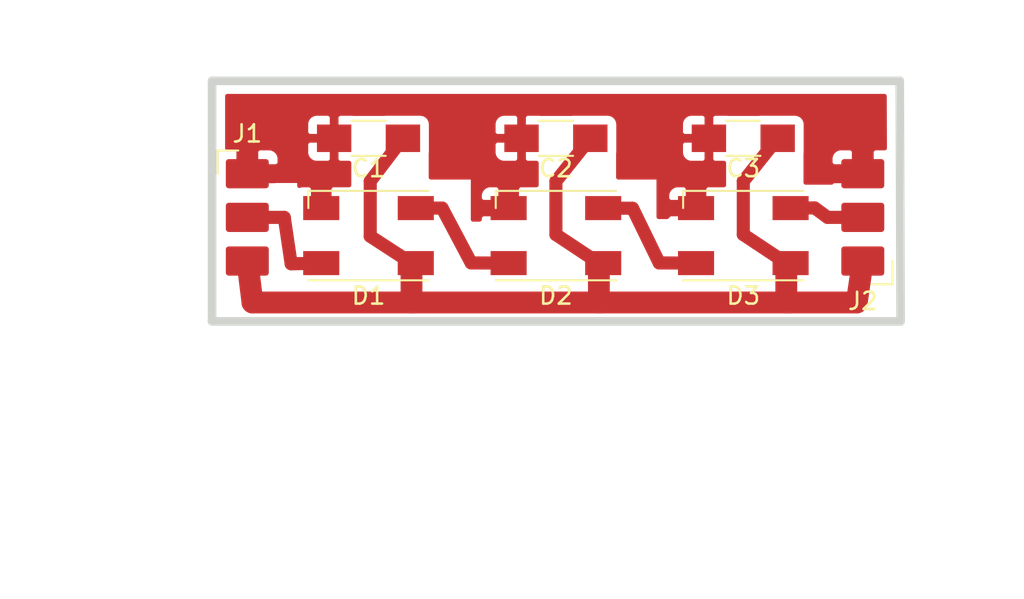
<source format=kicad_pcb>
(kicad_pcb (version 20171130) (host pcbnew "(5.0.0)")

  (general
    (thickness 1.6)
    (drawings 10)
    (tracks 30)
    (zones 0)
    (modules 8)
    (nets 7)
  )

  (page A4)
  (layers
    (0 F.Cu signal)
    (31 B.Cu signal)
    (32 B.Adhes user)
    (33 F.Adhes user)
    (34 B.Paste user)
    (35 F.Paste user)
    (36 B.SilkS user)
    (37 F.SilkS user)
    (38 B.Mask user)
    (39 F.Mask user)
    (40 Dwgs.User user)
    (41 Cmts.User user)
    (42 Eco1.User user)
    (43 Eco2.User user)
    (44 Edge.Cuts user)
    (45 Margin user)
    (46 B.CrtYd user)
    (47 F.CrtYd user)
    (48 B.Fab user)
    (49 F.Fab user)
  )

  (setup
    (last_trace_width 0.25)
    (user_trace_width 0.254)
    (user_trace_width 0.508)
    (user_trace_width 0.762)
    (user_trace_width 1.27)
    (user_trace_width 2.54)
    (user_trace_width 3.81)
    (trace_clearance 0.2)
    (zone_clearance 0.508)
    (zone_45_only no)
    (trace_min 0.2)
    (segment_width 0.2)
    (edge_width 0.15)
    (via_size 0.8)
    (via_drill 0.4)
    (via_min_size 0.4)
    (via_min_drill 0.3)
    (uvia_size 0.3)
    (uvia_drill 0.1)
    (uvias_allowed no)
    (uvia_min_size 0.2)
    (uvia_min_drill 0.1)
    (pcb_text_width 0.3)
    (pcb_text_size 1.5 1.5)
    (mod_edge_width 0.15)
    (mod_text_size 1 1)
    (mod_text_width 0.15)
    (pad_size 2.1 1.4)
    (pad_drill 0)
    (pad_to_mask_clearance 0.2)
    (aux_axis_origin 0 0)
    (grid_origin 24.1 38.74)
    (visible_elements 7FFFFFFF)
    (pcbplotparams
      (layerselection 0x00000_7fffffff)
      (usegerberextensions false)
      (usegerberattributes false)
      (usegerberadvancedattributes false)
      (creategerberjobfile false)
      (excludeedgelayer false)
      (linewidth 0.050000)
      (plotframeref false)
      (viasonmask false)
      (mode 1)
      (useauxorigin false)
      (hpglpennumber 1)
      (hpglpenspeed 20)
      (hpglpendiameter 15.000000)
      (psnegative false)
      (psa4output false)
      (plotreference true)
      (plotvalue true)
      (plotinvisibletext false)
      (padsonsilk false)
      (subtractmaskfromsilk false)
      (outputformat 5)
      (mirror false)
      (drillshape 1)
      (scaleselection 1)
      (outputdirectory ""))
  )

  (net 0 "")
  (net 1 GND)
  (net 2 VCC)
  (net 3 "Net-(D1-Pad2)")
  (net 4 "Net-(D1-Pad4)")
  (net 5 "Net-(D2-Pad2)")
  (net 6 "Net-(D3-Pad2)")

  (net_class Default "This is the default net class."
    (clearance 0.2)
    (trace_width 0.25)
    (via_dia 0.8)
    (via_drill 0.4)
    (uvia_dia 0.3)
    (uvia_drill 0.1)
    (add_net GND)
    (add_net "Net-(D1-Pad2)")
    (add_net "Net-(D1-Pad4)")
    (add_net "Net-(D2-Pad2)")
    (add_net "Net-(D3-Pad2)")
    (add_net VCC)
  )

  (module Capacitors_SMD:C_1206_HandSoldering (layer F.Cu) (tedit 58AA84D1) (tstamp 5B930A6F)
    (at 31.2 28.34 180)
    (descr "Capacitor SMD 1206, hand soldering")
    (tags "capacitor 1206")
    (path /5B734F41)
    (attr smd)
    (fp_text reference C1 (at 0 -1.75 180) (layer F.SilkS)
      (effects (font (size 1 1) (thickness 0.15)))
    )
    (fp_text value C (at 0 2 180) (layer F.Fab)
      (effects (font (size 1 1) (thickness 0.15)))
    )
    (fp_line (start 3.25 1.05) (end -3.25 1.05) (layer F.CrtYd) (width 0.05))
    (fp_line (start 3.25 1.05) (end 3.25 -1.05) (layer F.CrtYd) (width 0.05))
    (fp_line (start -3.25 -1.05) (end -3.25 1.05) (layer F.CrtYd) (width 0.05))
    (fp_line (start -3.25 -1.05) (end 3.25 -1.05) (layer F.CrtYd) (width 0.05))
    (fp_line (start -1 1.02) (end 1 1.02) (layer F.SilkS) (width 0.12))
    (fp_line (start 1 -1.02) (end -1 -1.02) (layer F.SilkS) (width 0.12))
    (fp_line (start -1.6 -0.8) (end 1.6 -0.8) (layer F.Fab) (width 0.1))
    (fp_line (start 1.6 -0.8) (end 1.6 0.8) (layer F.Fab) (width 0.1))
    (fp_line (start 1.6 0.8) (end -1.6 0.8) (layer F.Fab) (width 0.1))
    (fp_line (start -1.6 0.8) (end -1.6 -0.8) (layer F.Fab) (width 0.1))
    (fp_text user %R (at 0 -1.75 180) (layer F.Fab)
      (effects (font (size 1 1) (thickness 0.15)))
    )
    (pad 2 smd rect (at 2 0 180) (size 2 1.6) (layers F.Cu F.Paste F.Mask)
      (net 1 GND))
    (pad 1 smd rect (at -2 0 180) (size 2 1.6) (layers F.Cu F.Paste F.Mask)
      (net 2 VCC))
    (model Capacitors_SMD.3dshapes/C_1206.wrl
      (at (xyz 0 0 0))
      (scale (xyz 1 1 1))
      (rotate (xyz 0 0 0))
    )
  )

  (module Capacitors_SMD:C_1206_HandSoldering (layer F.Cu) (tedit 58AA84D1) (tstamp 5B930A80)
    (at 42.1 28.34 180)
    (descr "Capacitor SMD 1206, hand soldering")
    (tags "capacitor 1206")
    (path /5B7351F8)
    (attr smd)
    (fp_text reference C2 (at 0 -1.75 180) (layer F.SilkS)
      (effects (font (size 1 1) (thickness 0.15)))
    )
    (fp_text value C (at 0 2 180) (layer F.Fab)
      (effects (font (size 1 1) (thickness 0.15)))
    )
    (fp_text user %R (at 0 -1.75 180) (layer F.Fab)
      (effects (font (size 1 1) (thickness 0.15)))
    )
    (fp_line (start -1.6 0.8) (end -1.6 -0.8) (layer F.Fab) (width 0.1))
    (fp_line (start 1.6 0.8) (end -1.6 0.8) (layer F.Fab) (width 0.1))
    (fp_line (start 1.6 -0.8) (end 1.6 0.8) (layer F.Fab) (width 0.1))
    (fp_line (start -1.6 -0.8) (end 1.6 -0.8) (layer F.Fab) (width 0.1))
    (fp_line (start 1 -1.02) (end -1 -1.02) (layer F.SilkS) (width 0.12))
    (fp_line (start -1 1.02) (end 1 1.02) (layer F.SilkS) (width 0.12))
    (fp_line (start -3.25 -1.05) (end 3.25 -1.05) (layer F.CrtYd) (width 0.05))
    (fp_line (start -3.25 -1.05) (end -3.25 1.05) (layer F.CrtYd) (width 0.05))
    (fp_line (start 3.25 1.05) (end 3.25 -1.05) (layer F.CrtYd) (width 0.05))
    (fp_line (start 3.25 1.05) (end -3.25 1.05) (layer F.CrtYd) (width 0.05))
    (pad 1 smd rect (at -2 0 180) (size 2 1.6) (layers F.Cu F.Paste F.Mask)
      (net 2 VCC))
    (pad 2 smd rect (at 2 0 180) (size 2 1.6) (layers F.Cu F.Paste F.Mask)
      (net 1 GND))
    (model Capacitors_SMD.3dshapes/C_1206.wrl
      (at (xyz 0 0 0))
      (scale (xyz 1 1 1))
      (rotate (xyz 0 0 0))
    )
  )

  (module Capacitors_SMD:C_1206_HandSoldering (layer F.Cu) (tedit 58AA84D1) (tstamp 5B930A91)
    (at 53 28.34 180)
    (descr "Capacitor SMD 1206, hand soldering")
    (tags "capacitor 1206")
    (path /5B73526A)
    (attr smd)
    (fp_text reference C3 (at 0 -1.75 180) (layer F.SilkS)
      (effects (font (size 1 1) (thickness 0.15)))
    )
    (fp_text value C (at 0 2 180) (layer F.Fab)
      (effects (font (size 1 1) (thickness 0.15)))
    )
    (fp_line (start 3.25 1.05) (end -3.25 1.05) (layer F.CrtYd) (width 0.05))
    (fp_line (start 3.25 1.05) (end 3.25 -1.05) (layer F.CrtYd) (width 0.05))
    (fp_line (start -3.25 -1.05) (end -3.25 1.05) (layer F.CrtYd) (width 0.05))
    (fp_line (start -3.25 -1.05) (end 3.25 -1.05) (layer F.CrtYd) (width 0.05))
    (fp_line (start -1 1.02) (end 1 1.02) (layer F.SilkS) (width 0.12))
    (fp_line (start 1 -1.02) (end -1 -1.02) (layer F.SilkS) (width 0.12))
    (fp_line (start -1.6 -0.8) (end 1.6 -0.8) (layer F.Fab) (width 0.1))
    (fp_line (start 1.6 -0.8) (end 1.6 0.8) (layer F.Fab) (width 0.1))
    (fp_line (start 1.6 0.8) (end -1.6 0.8) (layer F.Fab) (width 0.1))
    (fp_line (start -1.6 0.8) (end -1.6 -0.8) (layer F.Fab) (width 0.1))
    (fp_text user %R (at 0 -1.75 180) (layer F.Fab)
      (effects (font (size 1 1) (thickness 0.15)))
    )
    (pad 2 smd rect (at 2 0 180) (size 2 1.6) (layers F.Cu F.Paste F.Mask)
      (net 1 GND))
    (pad 1 smd rect (at -2 0 180) (size 2 1.6) (layers F.Cu F.Paste F.Mask)
      (net 2 VCC))
    (model Capacitors_SMD.3dshapes/C_1206.wrl
      (at (xyz 0 0 0))
      (scale (xyz 1 1 1))
      (rotate (xyz 0 0 0))
    )
  )

  (module "Sparkfun LEDs:LED_WS2812B-PLCC4_HandSoldering" (layer F.Cu) (tedit 5B92F2BE) (tstamp 5B930AA6)
    (at 31.2 34 180)
    (descr http://www.world-semi.com/uploads/soft/150522/1-150522091P5.pdf)
    (tags "LED NeoPixel")
    (path /5B7355C6)
    (attr smd)
    (fp_text reference D1 (at 0 -3.5 180) (layer F.SilkS)
      (effects (font (size 1 1) (thickness 0.15)))
    )
    (fp_text value WS2812B (at 0 4 180) (layer F.Fab)
      (effects (font (size 1 1) (thickness 0.15)))
    )
    (fp_circle (center 0 0) (end 0 -2) (layer F.Fab) (width 0.1))
    (fp_line (start 3.5 2.6) (end 3.5 1.6) (layer F.SilkS) (width 0.12))
    (fp_line (start -3.5 2.6) (end 3.5 2.6) (layer F.SilkS) (width 0.12))
    (fp_line (start -3.5 -2.6) (end 3.5 -2.6) (layer F.SilkS) (width 0.12))
    (fp_line (start 2.5 -2.5) (end -2.5 -2.5) (layer F.Fab) (width 0.1))
    (fp_line (start 2.5 2.5) (end 2.5 -2.5) (layer F.Fab) (width 0.1))
    (fp_line (start -2.5 2.5) (end 2.5 2.5) (layer F.Fab) (width 0.1))
    (fp_line (start -2.5 -2.5) (end -2.5 2.5) (layer F.Fab) (width 0.1))
    (fp_line (start 2.5 1.5) (end 1.5 2.5) (layer F.Fab) (width 0.1))
    (fp_line (start -3.75 -2.85) (end -3.75 2.85) (layer F.CrtYd) (width 0.05))
    (fp_line (start -3.75 2.85) (end 3.75 2.85) (layer F.CrtYd) (width 0.05))
    (fp_line (start 3.75 2.85) (end 3.75 -2.85) (layer F.CrtYd) (width 0.05))
    (fp_line (start 3.75 -2.85) (end -3.75 -2.85) (layer F.CrtYd) (width 0.05))
    (pad 1 smd rect (at -2.5 -1.6 180) (size 2.1 1.4) (drill (offset -0.25 0)) (layers F.Cu F.Paste F.Mask)
      (net 2 VCC))
    (pad 2 smd rect (at -2.5 1.6 180) (size 2.1 1.4) (drill (offset -0.25 0)) (layers F.Cu F.Paste F.Mask)
      (net 3 "Net-(D1-Pad2)"))
    (pad 4 smd rect (at 2.5 -1.6 180) (size 2.1 1.4) (drill (offset 0.25 0)) (layers F.Cu F.Paste F.Mask)
      (net 4 "Net-(D1-Pad4)"))
    (pad 3 smd rect (at 2.5 1.6 180) (size 2.1 1.4) (drill (offset 0.25 0)) (layers F.Cu F.Paste F.Mask)
      (net 1 GND) (thermal_width 1.2))
    (model ${KISYS3DMOD}/LEDs.3dshapes/LED_WS2812B-PLCC4.wrl
      (at (xyz 0 0 0))
      (scale (xyz 0.39 0.39 0.39))
      (rotate (xyz 0 0 180))
    )
  )

  (module "Sparkfun LEDs:LED_WS2812B-PLCC4_HandSoldering" (layer F.Cu) (tedit 5B92F2CC) (tstamp 5B930ABB)
    (at 42.1 34 180)
    (descr http://www.world-semi.com/uploads/soft/150522/1-150522091P5.pdf)
    (tags "LED NeoPixel")
    (path /5B7356F7)
    (attr smd)
    (fp_text reference D2 (at 0 -3.5 180) (layer F.SilkS)
      (effects (font (size 1 1) (thickness 0.15)))
    )
    (fp_text value WS2812B (at 0 4 180) (layer F.Fab)
      (effects (font (size 1 1) (thickness 0.15)))
    )
    (fp_line (start 3.75 -2.85) (end -3.75 -2.85) (layer F.CrtYd) (width 0.05))
    (fp_line (start 3.75 2.85) (end 3.75 -2.85) (layer F.CrtYd) (width 0.05))
    (fp_line (start -3.75 2.85) (end 3.75 2.85) (layer F.CrtYd) (width 0.05))
    (fp_line (start -3.75 -2.85) (end -3.75 2.85) (layer F.CrtYd) (width 0.05))
    (fp_line (start 2.5 1.5) (end 1.5 2.5) (layer F.Fab) (width 0.1))
    (fp_line (start -2.5 -2.5) (end -2.5 2.5) (layer F.Fab) (width 0.1))
    (fp_line (start -2.5 2.5) (end 2.5 2.5) (layer F.Fab) (width 0.1))
    (fp_line (start 2.5 2.5) (end 2.5 -2.5) (layer F.Fab) (width 0.1))
    (fp_line (start 2.5 -2.5) (end -2.5 -2.5) (layer F.Fab) (width 0.1))
    (fp_line (start -3.5 -2.6) (end 3.5 -2.6) (layer F.SilkS) (width 0.12))
    (fp_line (start -3.5 2.6) (end 3.5 2.6) (layer F.SilkS) (width 0.12))
    (fp_line (start 3.5 2.6) (end 3.5 1.6) (layer F.SilkS) (width 0.12))
    (fp_circle (center 0 0) (end 0 -2) (layer F.Fab) (width 0.1))
    (pad 3 smd rect (at 2.5 1.6 180) (size 2.1 1.4) (drill (offset 0.25 0)) (layers F.Cu F.Paste F.Mask)
      (net 1 GND) (thermal_width 1.2))
    (pad 4 smd rect (at 2.5 -1.6 180) (size 2.1 1.4) (drill (offset 0.25 0)) (layers F.Cu F.Paste F.Mask)
      (net 3 "Net-(D1-Pad2)"))
    (pad 2 smd rect (at -2.5 1.6 180) (size 2.1 1.4) (drill (offset -0.25 0)) (layers F.Cu F.Paste F.Mask)
      (net 5 "Net-(D2-Pad2)"))
    (pad 1 smd rect (at -2.5 -1.6 180) (size 2.1 1.4) (drill (offset -0.25 0)) (layers F.Cu F.Paste F.Mask)
      (net 2 VCC))
    (model ${KISYS3DMOD}/LEDs.3dshapes/LED_WS2812B-PLCC4.wrl
      (at (xyz 0 0 0))
      (scale (xyz 0.39 0.39 0.39))
      (rotate (xyz 0 0 180))
    )
  )

  (module "Sparkfun LEDs:LED_WS2812B-PLCC4_HandSoldering" (layer F.Cu) (tedit 5B92F2D8) (tstamp 5B930AD0)
    (at 53 34 180)
    (descr http://www.world-semi.com/uploads/soft/150522/1-150522091P5.pdf)
    (tags "LED NeoPixel")
    (path /5B73578E)
    (attr smd)
    (fp_text reference D3 (at 0 -3.5 180) (layer F.SilkS)
      (effects (font (size 1 1) (thickness 0.15)))
    )
    (fp_text value WS2812B (at 0 4 180) (layer F.Fab)
      (effects (font (size 1 1) (thickness 0.15)))
    )
    (fp_circle (center 0 0) (end 0 -2) (layer F.Fab) (width 0.1))
    (fp_line (start 3.5 2.6) (end 3.5 1.6) (layer F.SilkS) (width 0.12))
    (fp_line (start -3.5 2.6) (end 3.5 2.6) (layer F.SilkS) (width 0.12))
    (fp_line (start -3.5 -2.6) (end 3.5 -2.6) (layer F.SilkS) (width 0.12))
    (fp_line (start 2.5 -2.5) (end -2.5 -2.5) (layer F.Fab) (width 0.1))
    (fp_line (start 2.5 2.5) (end 2.5 -2.5) (layer F.Fab) (width 0.1))
    (fp_line (start -2.5 2.5) (end 2.5 2.5) (layer F.Fab) (width 0.1))
    (fp_line (start -2.5 -2.5) (end -2.5 2.5) (layer F.Fab) (width 0.1))
    (fp_line (start 2.5 1.5) (end 1.5 2.5) (layer F.Fab) (width 0.1))
    (fp_line (start -3.75 -2.85) (end -3.75 2.85) (layer F.CrtYd) (width 0.05))
    (fp_line (start -3.75 2.85) (end 3.75 2.85) (layer F.CrtYd) (width 0.05))
    (fp_line (start 3.75 2.85) (end 3.75 -2.85) (layer F.CrtYd) (width 0.05))
    (fp_line (start 3.75 -2.85) (end -3.75 -2.85) (layer F.CrtYd) (width 0.05))
    (pad 1 smd rect (at -2.5 -1.6 180) (size 2.1 1.4) (drill (offset -0.25 0)) (layers F.Cu F.Paste F.Mask)
      (net 2 VCC))
    (pad 2 smd rect (at -2.5 1.6 180) (size 2.1 1.4) (drill (offset -0.25 0)) (layers F.Cu F.Paste F.Mask)
      (net 6 "Net-(D3-Pad2)"))
    (pad 4 smd rect (at 2.5 -1.6 180) (size 2.1 1.4) (drill (offset 0.25 0)) (layers F.Cu F.Paste F.Mask)
      (net 5 "Net-(D2-Pad2)"))
    (pad 3 smd rect (at 2.5 1.6 180) (size 2.1 1.4) (drill (offset 0.25 0)) (layers F.Cu F.Paste F.Mask)
      (net 1 GND) (thermal_width 1.2))
    (model ${KISYS3DMOD}/LEDs.3dshapes/LED_WS2812B-PLCC4.wrl
      (at (xyz 0 0 0))
      (scale (xyz 0.39 0.39 0.39))
      (rotate (xyz 0 0 180))
    )
  )

  (module "Frickelbude Connectors:wire_solder_pads_1x03_2.5x1.7mm_Pitch2.54mm" (layer F.Cu) (tedit 5B92DEFC) (tstamp 5B930AE3)
    (at 24.15 30.4)
    (descr "Wire soldering pads, 1x03, 2.54mm pitch, single row")
    (tags "Wire soldering pads 1x03 2.54mm single row")
    (path /5B92D54A)
    (fp_text reference J1 (at 0 -2.33) (layer F.SilkS)
      (effects (font (size 1 1) (thickness 0.15)))
    )
    (fp_text value Conn_01x03 (at -3.55 1.34 270) (layer F.Fab)
      (effects (font (size 1 1) (thickness 0.15)))
    )
    (fp_text user %R (at 0 2.54 90) (layer F.Fab)
      (effects (font (size 1 1) (thickness 0.15)))
    )
    (fp_line (start 2 -1.8) (end -2 -1.8) (layer F.CrtYd) (width 0.05))
    (fp_line (start 2 6.85) (end 2 -1.8) (layer F.CrtYd) (width 0.05))
    (fp_line (start -2 6.85) (end 2 6.85) (layer F.CrtYd) (width 0.05))
    (fp_line (start -2 -1.8) (end -2 6.85) (layer F.CrtYd) (width 0.05))
    (fp_line (start -1.725 -1.35) (end -0.525 -1.35) (layer F.SilkS) (width 0.12))
    (fp_line (start -1.725 0.005) (end -1.725 -1.35) (layer F.SilkS) (width 0.12))
    (fp_line (start -1.55 -0.65) (end -0.75 -1.25) (layer F.Fab) (width 0.1))
    (fp_line (start -1.55 6.35) (end -1.55 -0.635) (layer F.Fab) (width 0.1))
    (fp_line (start 1.525 6.35) (end -1.55 6.35) (layer F.Fab) (width 0.1))
    (fp_line (start 1.525 -1.25) (end 1.525 6.35) (layer F.Fab) (width 0.1))
    (fp_line (start -0.75 -1.25) (end 1.525 -1.25) (layer F.Fab) (width 0.1))
    (pad 3 connect roundrect (at 0 5.08) (size 2.5 1.7) (layers F.Cu F.Mask) (roundrect_rratio 0.1)
      (net 2 VCC))
    (pad 2 connect roundrect (at 0 2.54) (size 2.5 1.7) (layers F.Cu F.Mask) (roundrect_rratio 0.1)
      (net 4 "Net-(D1-Pad4)"))
    (pad 1 connect roundrect (at 0 0) (size 2.5 1.7) (layers F.Cu F.Mask) (roundrect_rratio 0.1)
      (net 1 GND) (thermal_width 1.27))
  )

  (module "Frickelbude Connectors:wire_solder_pads_1x03_2.5x1.7mm_Pitch2.54mm" (layer F.Cu) (tedit 5B92DED6) (tstamp 5B930AF6)
    (at 59.95 35.48 180)
    (descr "Wire soldering pads, 1x03, 2.54mm pitch, single row")
    (tags "Wire soldering pads 1x03 2.54mm single row")
    (path /5B92D7F9)
    (fp_text reference J2 (at 0 -2.33 180) (layer F.SilkS)
      (effects (font (size 1 1) (thickness 0.15)))
    )
    (fp_text value Conn_01x03 (at -3.45 0.89 270) (layer F.Fab)
      (effects (font (size 1 1) (thickness 0.15)))
    )
    (fp_line (start -0.75 -1.25) (end 1.525 -1.25) (layer F.Fab) (width 0.1))
    (fp_line (start 1.525 -1.25) (end 1.525 6.35) (layer F.Fab) (width 0.1))
    (fp_line (start 1.525 6.35) (end -1.55 6.35) (layer F.Fab) (width 0.1))
    (fp_line (start -1.55 6.35) (end -1.55 -0.635) (layer F.Fab) (width 0.1))
    (fp_line (start -1.55 -0.65) (end -0.75 -1.25) (layer F.Fab) (width 0.1))
    (fp_line (start -1.725 0.005) (end -1.725 -1.35) (layer F.SilkS) (width 0.12))
    (fp_line (start -1.725 -1.35) (end -0.525 -1.35) (layer F.SilkS) (width 0.12))
    (fp_line (start -2 -1.8) (end -2 6.85) (layer F.CrtYd) (width 0.05))
    (fp_line (start -2 6.85) (end 2 6.85) (layer F.CrtYd) (width 0.05))
    (fp_line (start 2 6.85) (end 2 -1.8) (layer F.CrtYd) (width 0.05))
    (fp_line (start 2 -1.8) (end -2 -1.8) (layer F.CrtYd) (width 0.05))
    (fp_text user %R (at 0 2.54 270) (layer F.Fab)
      (effects (font (size 1 1) (thickness 0.15)))
    )
    (pad 1 connect roundrect (at 0 0 180) (size 2.5 1.7) (layers F.Cu F.Mask) (roundrect_rratio 0.1)
      (net 2 VCC))
    (pad 2 connect roundrect (at 0 2.54 180) (size 2.5 1.7) (layers F.Cu F.Mask) (roundrect_rratio 0.1)
      (net 6 "Net-(D3-Pad2)"))
    (pad 3 connect roundrect (at 0 5.08 180) (size 2.5 1.7) (layers F.Cu F.Mask) (roundrect_rratio 0.1)
      (net 1 GND) (zone_connect 1) (thermal_width 1.27))
  )

  (dimension 5 (width 0.3) (layer Dwgs.User)
    (gr_text "5.000 mm" (at 59.748269 47.364194) (layer Dwgs.User)
      (effects (font (size 1.5 1.5) (thickness 0.3)))
    )
    (feature1 (pts (xy 57.248269 40.364194) (xy 57.248269 45.850615)))
    (feature2 (pts (xy 62.248269 40.364194) (xy 62.248269 45.850615)))
    (crossbar (pts (xy 62.248269 45.264194) (xy 57.248269 45.264194)))
    (arrow1a (pts (xy 57.248269 45.264194) (xy 58.374773 44.677773)))
    (arrow1b (pts (xy 57.248269 45.264194) (xy 58.374773 45.850615)))
    (arrow2a (pts (xy 62.248269 45.264194) (xy 61.121765 44.677773)))
    (arrow2b (pts (xy 62.248269 45.264194) (xy 61.121765 45.850615)))
  )
  (dimension 5 (width 0.3) (layer Dwgs.User)
    (gr_text "5.000 mm" (at 24.590774 45.50484) (layer Dwgs.User)
      (effects (font (size 1.5 1.5) (thickness 0.3)))
    )
    (feature1 (pts (xy 27.090774 40.00484) (xy 27.090774 43.991261)))
    (feature2 (pts (xy 22.090774 40.00484) (xy 22.090774 43.991261)))
    (crossbar (pts (xy 22.090774 43.40484) (xy 27.090774 43.40484)))
    (arrow1a (pts (xy 27.090774 43.40484) (xy 25.96427 43.991261)))
    (arrow1b (pts (xy 27.090774 43.40484) (xy 25.96427 42.818419)))
    (arrow2a (pts (xy 22.090774 43.40484) (xy 23.217278 43.991261)))
    (arrow2b (pts (xy 22.090774 43.40484) (xy 23.217278 42.818419)))
  )
  (dimension 20 (width 0.3) (layer Dwgs.User)
    (gr_text "20.000 mm" (at 32.182938 56.532007) (layer Dwgs.User)
      (effects (font (size 1.5 1.5) (thickness 0.3)))
    )
    (feature1 (pts (xy 42.182938 46.932007) (xy 42.182938 55.018428)))
    (feature2 (pts (xy 22.182938 46.932007) (xy 22.182938 55.018428)))
    (crossbar (pts (xy 22.182938 54.432007) (xy 42.182938 54.432007)))
    (arrow1a (pts (xy 42.182938 54.432007) (xy 41.056434 55.018428)))
    (arrow1b (pts (xy 42.182938 54.432007) (xy 41.056434 53.845586)))
    (arrow2a (pts (xy 22.182938 54.432007) (xy 23.309442 55.018428)))
    (arrow2b (pts (xy 22.182938 54.432007) (xy 23.309442 53.845586)))
  )
  (dimension 9 (width 0.3) (layer Dwgs.User)
    (gr_text "9.000 mm" (at 15.3 29.5 270) (layer Dwgs.User)
      (effects (font (size 1.5 1.5) (thickness 0.3)))
    )
    (feature1 (pts (xy 21 34) (xy 16.813579 34)))
    (feature2 (pts (xy 21 25) (xy 16.813579 25)))
    (crossbar (pts (xy 17.4 25) (xy 17.4 34)))
    (arrow1a (pts (xy 17.4 34) (xy 16.813579 32.873496)))
    (arrow1b (pts (xy 17.4 34) (xy 17.986421 32.873496)))
    (arrow2a (pts (xy 17.4 25) (xy 16.813579 26.126504)))
    (arrow2b (pts (xy 17.4 25) (xy 17.986421 26.126504)))
  )
  (dimension 18 (width 0.3) (layer Dwgs.User)
    (gr_text "18.000 mm" (at 67.4 34 270) (layer Dwgs.User)
      (effects (font (size 1.5 1.5) (thickness 0.3)))
    )
    (feature1 (pts (xy 63 43) (xy 65.886421 43)))
    (feature2 (pts (xy 63 25) (xy 65.886421 25)))
    (crossbar (pts (xy 65.3 25) (xy 65.3 43)))
    (arrow1a (pts (xy 65.3 43) (xy 64.713579 41.873496)))
    (arrow1b (pts (xy 65.3 43) (xy 65.886421 41.873496)))
    (arrow2a (pts (xy 65.3 25) (xy 64.713579 26.126504)))
    (arrow2b (pts (xy 65.3 25) (xy 65.886421 26.126504)))
  )
  (dimension 40 (width 0.3) (layer Dwgs.User)
    (gr_text "40.000 mm" (at 42.1 21.4) (layer Dwgs.User)
      (effects (font (size 1.5 1.5) (thickness 0.3)))
    )
    (feature1 (pts (xy 62.1 23.9) (xy 62.1 22.913579)))
    (feature2 (pts (xy 22.1 23.9) (xy 22.1 22.913579)))
    (crossbar (pts (xy 22.1 23.5) (xy 62.1 23.5)))
    (arrow1a (pts (xy 62.1 23.5) (xy 60.973496 24.086421)))
    (arrow1b (pts (xy 62.1 23.5) (xy 60.973496 22.913579)))
    (arrow2a (pts (xy 22.1 23.5) (xy 23.226504 24.086421)))
    (arrow2b (pts (xy 22.1 23.5) (xy 23.226504 22.913579)))
  )
  (gr_line (start 22.1 38.99) (end 22.1 25) (layer Edge.Cuts) (width 0.5))
  (gr_line (start 62.1 38.99) (end 22.1 38.99) (layer Edge.Cuts) (width 0.5))
  (gr_line (start 62.1 25) (end 62.15 38.99) (layer Edge.Cuts) (width 0.5))
  (gr_line (start 22.1 25) (end 62.1 25) (layer Edge.Cuts) (width 0.5))

  (segment (start 33.7 35.6) (end 31.3 34.04) (width 0.762) (layer F.Cu) (net 2))
  (segment (start 31.3 34.04) (end 31.3 30.84) (width 0.762) (layer F.Cu) (net 2))
  (segment (start 31.3 30.84) (end 33.2 28.34) (width 0.762) (layer F.Cu) (net 2))
  (segment (start 42.1 30.84) (end 44.1 28.34) (width 0.762) (layer F.Cu) (net 2))
  (segment (start 44.6 35.6) (end 42.1 33.94) (width 0.762) (layer F.Cu) (net 2))
  (segment (start 42.1 33.94) (end 42.1 30.84) (width 0.762) (layer F.Cu) (net 2))
  (segment (start 53 30.84) (end 55 28.34) (width 0.762) (layer F.Cu) (net 2))
  (segment (start 55.5 35.6) (end 53 33.94) (width 0.762) (layer F.Cu) (net 2))
  (segment (start 53 33.94) (end 53 30.84) (width 0.762) (layer F.Cu) (net 2))
  (segment (start 24.45 37.89) (end 33.85 37.89) (width 1.27) (layer F.Cu) (net 2))
  (segment (start 24.15 35.48) (end 24.45 37.89) (width 1.27) (layer F.Cu) (net 2))
  (segment (start 33.7 37.89) (end 44.75 37.89) (width 1.27) (layer F.Cu) (net 2))
  (segment (start 33.7 35.6) (end 33.7 37.89) (width 1.27) (layer F.Cu) (net 2))
  (segment (start 44.6 37.89) (end 55.75 37.89) (width 1.27) (layer F.Cu) (net 2))
  (segment (start 44.6 35.6) (end 44.6 37.89) (width 1.27) (layer F.Cu) (net 2))
  (segment (start 59.6 37.89) (end 59.95 35.48) (width 1.27) (layer F.Cu) (net 2))
  (segment (start 55.5 35.6) (end 55.5 37.89) (width 1.27) (layer F.Cu) (net 2))
  (segment (start 55.5 37.89) (end 59.6 37.89) (width 1.27) (layer F.Cu) (net 2))
  (segment (start 33.7 32.4) (end 35.48 32.4) (width 0.762) (layer F.Cu) (net 3))
  (segment (start 35.48 32.4) (end 37.17 35.59) (width 0.762) (layer F.Cu) (net 3))
  (segment (start 37.17 35.59) (end 39.6 35.6) (width 0.762) (layer F.Cu) (net 3))
  (segment (start 26.7 35.64) (end 28.7 35.6) (width 0.762) (layer F.Cu) (net 4))
  (segment (start 24.15 32.94) (end 26.3 32.94) (width 0.762) (layer F.Cu) (net 4))
  (segment (start 26.3 32.94) (end 26.7 35.64) (width 0.762) (layer F.Cu) (net 4))
  (segment (start 44.6 32.4) (end 46.56 32.41) (width 0.762) (layer F.Cu) (net 5))
  (segment (start 46.56 32.41) (end 48.11 35.59) (width 0.762) (layer F.Cu) (net 5))
  (segment (start 48.11 35.59) (end 50.5 35.6) (width 0.762) (layer F.Cu) (net 5))
  (segment (start 55.5 32.4) (end 57.15 32.39) (width 0.762) (layer F.Cu) (net 6))
  (segment (start 57.15 32.39) (end 57.9 32.94) (width 0.762) (layer F.Cu) (net 6))
  (segment (start 57.9 32.94) (end 59.95 32.94) (width 0.762) (layer F.Cu) (net 6))

  (zone (net 1) (net_name GND) (layer F.Cu) (tstamp 5B92E6DF) (hatch edge 0.508)
    (connect_pads (clearance 0.508))
    (min_thickness 0.254)
    (fill yes (arc_segments 32) (thermal_gap 0.508) (thermal_bridge_width 0.508))
    (polygon
      (pts
        (xy 22.2 25) (xy 22.25 38.79) (xy 62.1 38.89) (xy 62.1 25)
      )
    )
    (filled_polygon
      (pts
        (xy 61.228987 28.915) (xy 60.61675 28.915) (xy 60.458 29.07375) (xy 60.458 29.975) (xy 60.478 29.975)
        (xy 60.478 30.825) (xy 60.458 30.825) (xy 60.458 30.928) (xy 59.442 30.928) (xy 59.442 30.825)
        (xy 58.22375 30.825) (xy 58.13575 30.913) (xy 56.627 30.913) (xy 56.627 29.487458) (xy 58.065 29.487458)
        (xy 58.065 29.81625) (xy 58.22375 29.975) (xy 59.442 29.975) (xy 59.442 29.07375) (xy 59.28325 28.915)
        (xy 58.637458 28.915) (xy 58.514777 28.939403) (xy 58.399215 28.98727) (xy 58.295211 29.056763) (xy 58.206763 29.145211)
        (xy 58.13727 29.249215) (xy 58.089403 29.364777) (xy 58.065 29.487458) (xy 56.627 29.487458) (xy 56.627 29.25242)
        (xy 56.638072 29.14) (xy 56.638072 27.54) (xy 56.625812 27.415518) (xy 56.589502 27.29582) (xy 56.530537 27.185506)
        (xy 56.451185 27.088815) (xy 56.354494 27.009463) (xy 56.24418 26.950498) (xy 56.124482 26.914188) (xy 56 26.901928)
        (xy 54 26.901928) (xy 53.88758 26.913) (xy 52.10276 26.913) (xy 52.062542 26.905) (xy 51.28575 26.905)
        (xy 51.127 27.06375) (xy 51.127 28.213) (xy 51.147 28.213) (xy 51.147 28.467) (xy 51.127 28.467)
        (xy 51.127 29.61625) (xy 51.28575 29.775) (xy 51.873 29.775) (xy 51.873 31.063) (xy 51.35 31.063)
        (xy 51.339945 31.065) (xy 50.88175 31.065) (xy 50.723 31.22375) (xy 50.723 32.05) (xy 50.743 32.05)
        (xy 50.743 32.75) (xy 50.723 32.75) (xy 50.723 32.893) (xy 49.777 32.893) (xy 49.777 32.75)
        (xy 48.72375 32.75) (xy 48.565 32.90875) (xy 48.565 32.913) (xy 48.077 32.913) (xy 48.077 31.637458)
        (xy 48.565 31.637458) (xy 48.565 31.89125) (xy 48.72375 32.05) (xy 49.777 32.05) (xy 49.777 31.22375)
        (xy 49.61825 31.065) (xy 49.137458 31.065) (xy 49.014777 31.089403) (xy 48.899215 31.13727) (xy 48.795211 31.206763)
        (xy 48.706763 31.295211) (xy 48.63727 31.399215) (xy 48.589403 31.514777) (xy 48.565 31.637458) (xy 48.077 31.637458)
        (xy 48.077 30.74) (xy 48.067333 30.691399) (xy 48.039803 30.650197) (xy 47.998601 30.622667) (xy 47.95 30.613)
        (xy 45.727 30.613) (xy 45.727 29.25242) (xy 45.738072 29.14) (xy 45.738072 28.62575) (xy 49.365 28.62575)
        (xy 49.365 29.202542) (xy 49.389403 29.325223) (xy 49.43727 29.440785) (xy 49.506763 29.544789) (xy 49.595211 29.633237)
        (xy 49.699215 29.70273) (xy 49.814777 29.750597) (xy 49.937458 29.775) (xy 50.71425 29.775) (xy 50.873 29.61625)
        (xy 50.873 28.467) (xy 49.52375 28.467) (xy 49.365 28.62575) (xy 45.738072 28.62575) (xy 45.738072 27.54)
        (xy 45.731913 27.477458) (xy 49.365 27.477458) (xy 49.365 28.05425) (xy 49.52375 28.213) (xy 50.873 28.213)
        (xy 50.873 27.06375) (xy 50.71425 26.905) (xy 49.937458 26.905) (xy 49.814777 26.929403) (xy 49.699215 26.97727)
        (xy 49.595211 27.046763) (xy 49.506763 27.135211) (xy 49.43727 27.239215) (xy 49.389403 27.354777) (xy 49.365 27.477458)
        (xy 45.731913 27.477458) (xy 45.725812 27.415518) (xy 45.689502 27.29582) (xy 45.630537 27.185506) (xy 45.551185 27.088815)
        (xy 45.454494 27.009463) (xy 45.34418 26.950498) (xy 45.224482 26.914188) (xy 45.1 26.901928) (xy 43.1 26.901928)
        (xy 42.98758 26.913) (xy 41.20276 26.913) (xy 41.162542 26.905) (xy 40.38575 26.905) (xy 40.227 27.06375)
        (xy 40.227 28.213) (xy 40.247 28.213) (xy 40.247 28.467) (xy 40.227 28.467) (xy 40.227 29.61625)
        (xy 40.38575 29.775) (xy 40.973 29.775) (xy 40.973 31.063) (xy 40.4 31.063) (xy 40.389945 31.065)
        (xy 39.98175 31.065) (xy 39.823 31.22375) (xy 39.823 32.05) (xy 39.843 32.05) (xy 39.843 32.75)
        (xy 39.823 32.75) (xy 39.823 32.893) (xy 38.877 32.893) (xy 38.877 32.75) (xy 37.82375 32.75)
        (xy 37.665 32.90875) (xy 37.665 33.063) (xy 37.277 33.063) (xy 37.277 31.637458) (xy 37.665 31.637458)
        (xy 37.665 31.89125) (xy 37.82375 32.05) (xy 38.877 32.05) (xy 38.877 31.22375) (xy 38.71825 31.065)
        (xy 38.237458 31.065) (xy 38.114777 31.089403) (xy 37.999215 31.13727) (xy 37.895211 31.206763) (xy 37.806763 31.295211)
        (xy 37.73727 31.399215) (xy 37.689403 31.514777) (xy 37.665 31.637458) (xy 37.277 31.637458) (xy 37.277 30.74)
        (xy 37.267333 30.691399) (xy 37.239803 30.650197) (xy 37.198601 30.622667) (xy 37.15 30.613) (xy 34.827 30.613)
        (xy 34.827 29.25242) (xy 34.838072 29.14) (xy 34.838072 28.62575) (xy 38.465 28.62575) (xy 38.465 29.202542)
        (xy 38.489403 29.325223) (xy 38.53727 29.440785) (xy 38.606763 29.544789) (xy 38.695211 29.633237) (xy 38.799215 29.70273)
        (xy 38.914777 29.750597) (xy 39.037458 29.775) (xy 39.81425 29.775) (xy 39.973 29.61625) (xy 39.973 28.467)
        (xy 38.62375 28.467) (xy 38.465 28.62575) (xy 34.838072 28.62575) (xy 34.838072 27.54) (xy 34.831913 27.477458)
        (xy 38.465 27.477458) (xy 38.465 28.05425) (xy 38.62375 28.213) (xy 39.973 28.213) (xy 39.973 27.06375)
        (xy 39.81425 26.905) (xy 39.037458 26.905) (xy 38.914777 26.929403) (xy 38.799215 26.97727) (xy 38.695211 27.046763)
        (xy 38.606763 27.135211) (xy 38.53727 27.239215) (xy 38.489403 27.354777) (xy 38.465 27.477458) (xy 34.831913 27.477458)
        (xy 34.825812 27.415518) (xy 34.789502 27.29582) (xy 34.730537 27.185506) (xy 34.651185 27.088815) (xy 34.554494 27.009463)
        (xy 34.44418 26.950498) (xy 34.324482 26.914188) (xy 34.2 26.901928) (xy 32.2 26.901928) (xy 32.08758 26.913)
        (xy 30.30276 26.913) (xy 30.262542 26.905) (xy 29.48575 26.905) (xy 29.327 27.06375) (xy 29.327 28.213)
        (xy 29.347 28.213) (xy 29.347 28.467) (xy 29.327 28.467) (xy 29.327 29.61625) (xy 29.48575 29.775)
        (xy 30.073 29.775) (xy 30.073 31.063) (xy 29.45 31.063) (xy 29.433754 31.065) (xy 29.08175 31.065)
        (xy 28.923 31.22375) (xy 28.923 32.05) (xy 28.943 32.05) (xy 28.943 32.75) (xy 28.923 32.75)
        (xy 28.923 32.893) (xy 27.977 32.893) (xy 27.977 32.75) (xy 27.957 32.75) (xy 27.957 32.05)
        (xy 27.977 32.05) (xy 27.977 31.22375) (xy 27.81825 31.065) (xy 27.337458 31.065) (xy 27.214777 31.089403)
        (xy 27.177 31.105051) (xy 27.177 30.94) (xy 27.167333 30.891399) (xy 27.139803 30.850197) (xy 27.098601 30.822667)
        (xy 27.05 30.813) (xy 25.8 30.813) (xy 25.763315 30.818414) (xy 25.750949 30.825) (xy 24.658 30.825)
        (xy 24.658 30.928) (xy 23.642 30.928) (xy 23.642 30.825) (xy 23.622 30.825) (xy 23.622 29.975)
        (xy 23.642 29.975) (xy 23.642 29.07375) (xy 24.658 29.07375) (xy 24.658 29.975) (xy 25.87625 29.975)
        (xy 26.035 29.81625) (xy 26.035 29.487458) (xy 26.010597 29.364777) (xy 25.96273 29.249215) (xy 25.893237 29.145211)
        (xy 25.804789 29.056763) (xy 25.700785 28.98727) (xy 25.585223 28.939403) (xy 25.462542 28.915) (xy 24.81675 28.915)
        (xy 24.658 29.07375) (xy 23.642 29.07375) (xy 23.48325 28.915) (xy 22.985 28.915) (xy 22.985 28.62575)
        (xy 27.565 28.62575) (xy 27.565 29.202542) (xy 27.589403 29.325223) (xy 27.63727 29.440785) (xy 27.706763 29.544789)
        (xy 27.795211 29.633237) (xy 27.899215 29.70273) (xy 28.014777 29.750597) (xy 28.137458 29.775) (xy 28.91425 29.775)
        (xy 29.073 29.61625) (xy 29.073 28.467) (xy 27.72375 28.467) (xy 27.565 28.62575) (xy 22.985 28.62575)
        (xy 22.985 27.477458) (xy 27.565 27.477458) (xy 27.565 28.05425) (xy 27.72375 28.213) (xy 29.073 28.213)
        (xy 29.073 27.06375) (xy 28.91425 26.905) (xy 28.137458 26.905) (xy 28.014777 26.929403) (xy 27.899215 26.97727)
        (xy 27.795211 27.046763) (xy 27.706763 27.135211) (xy 27.63727 27.239215) (xy 27.589403 27.354777) (xy 27.565 27.477458)
        (xy 22.985 27.477458) (xy 22.985 25.885) (xy 61.218158 25.885)
      )
    )
  )
  (zone (net 0) (net_name "") (layer F.Cu) (tstamp 0) (hatch edge 0.508)
    (connect_pads (clearance 0.508))
    (min_thickness 0.254)
    (keepout (tracks not_allowed) (vias not_allowed) (copperpour not_allowed))
    (fill (arc_segments 16) (thermal_gap 0.508) (thermal_bridge_width 0.508))
    (polygon
      (pts
        (xy 54.65 33.69) (xy 54.4 33.99) (xy 53.6 33.59) (xy 53.7 30.89) (xy 56.5 29.24)
        (xy 56.5 31.34) (xy 54.5 31.34) (xy 54.3 31.69) (xy 54.3 33.19)
      )
    )
  )
  (zone (net 0) (net_name "") (layer F.Cu) (tstamp 0) (hatch edge 0.508)
    (connect_pads (clearance 0.508))
    (min_thickness 0.254)
    (keepout (tracks not_allowed) (vias not_allowed) (copperpour not_allowed))
    (fill (arc_segments 16) (thermal_gap 0.508) (thermal_bridge_width 0.508))
    (polygon
      (pts
        (xy 45.6 29.19) (xy 45.2 29.54) (xy 43.95 29.54) (xy 42.75 31.14) (xy 42.8 33.74)
        (xy 44.3 34.59) (xy 46.05 34.59) (xy 46.25 34.74) (xy 46.1 36.54) (xy 46.25 36.54)
        (xy 46.5 36.59) (xy 48.75 36.54) (xy 48.9 36.39) (xy 48.8 36.34) (xy 47.8 36.24)
        (xy 46.2 33.34) (xy 43.65 33.44) (xy 43.35 33.19) (xy 43.45 31.44) (xy 45.6 31.39)
      )
    )
  )
  (zone (net 0) (net_name "") (layer F.Cu) (tstamp 0) (hatch edge 0.508)
    (connect_pads (clearance 0.508))
    (min_thickness 0.254)
    (keepout (tracks not_allowed) (vias not_allowed) (copperpour not_allowed))
    (fill (arc_segments 16) (thermal_gap 0.508) (thermal_bridge_width 0.508))
    (polygon
      (pts
        (xy 34.7 29.24) (xy 34.5 29.49) (xy 34.25 29.59) (xy 33.15 29.59) (xy 32.05 31.14)
        (xy 32.15 31.79) (xy 32.45 31.74) (xy 32.75 31.29) (xy 34.7 31.29)
      )
    )
  )
  (zone (net 0) (net_name "") (layer F.Cu) (tstamp 0) (hatch edge 0.508)
    (connect_pads (clearance 0.508))
    (min_thickness 0.254)
    (keepout (tracks not_allowed) (vias not_allowed) (copperpour not_allowed))
    (fill (arc_segments 16) (thermal_gap 0.508) (thermal_bridge_width 0.508))
    (polygon
      (pts
        (xy 30.5 31.19) (xy 29.45 31.19) (xy 29.5 31.39) (xy 29.8 31.44) (xy 29.8 33.39)
        (xy 29.35 33.49) (xy 27.4 33.44) (xy 27.2 33.39) (xy 27.1 33.39) (xy 27.1 34.59)
        (xy 27.4 34.59) (xy 30.65 34.49)
      )
    )
  )
  (zone (net 0) (net_name "") (layer F.Cu) (tstamp 0) (hatch edge 0.508)
    (connect_pads (clearance 0.508))
    (min_thickness 0.254)
    (keepout (tracks not_allowed) (vias not_allowed) (copperpour not_allowed))
    (fill (arc_segments 16) (thermal_gap 0.508) (thermal_bridge_width 0.508))
    (polygon
      (pts
        (xy 52.2 31.19) (xy 51.35 31.19) (xy 51.35 33.44) (xy 48.95 33.44) (xy 47.95 33.44)
        (xy 48.6 34.79) (xy 48.85 34.79) (xy 49.05 34.49) (xy 52.45 34.49)
      )
    )
  )
  (zone (net 0) (net_name "") (layer F.Cu) (tstamp 0) (hatch edge 0.508)
    (connect_pads (clearance 0.508))
    (min_thickness 0.254)
    (keepout (tracks not_allowed) (vias not_allowed) (copperpour not_allowed))
    (fill (arc_segments 16) (thermal_gap 0.508) (thermal_bridge_width 0.508))
    (polygon
      (pts
        (xy 48.85 33.04) (xy 47.65 33.04) (xy 47.95 33.49) (xy 48.8 33.49)
      )
    )
  )
  (zone (net 0) (net_name "") (layer F.Cu) (tstamp 0) (hatch edge 0.508)
    (connect_pads (clearance 0.508))
    (min_thickness 0.254)
    (keepout (tracks not_allowed) (vias not_allowed) (copperpour not_allowed))
    (fill (arc_segments 16) (thermal_gap 0.508) (thermal_bridge_width 0.508))
    (polygon
      (pts
        (xy 53.9 27.04) (xy 52 27.04) (xy 52 31.24) (xy 52.3 31.24) (xy 52.4 30.64)
        (xy 53.65 29.04) (xy 53.65 27.49)
      )
    )
  )
  (zone (net 0) (net_name "") (layer F.Cu) (tstamp 0) (hatch edge 0.508)
    (connect_pads (clearance 0.508))
    (min_thickness 0.254)
    (keepout (tracks not_allowed) (vias not_allowed) (copperpour not_allowed))
    (fill (arc_segments 16) (thermal_gap 0.508) (thermal_bridge_width 0.508))
    (polygon
      (pts
        (xy 47.9 33.04) (xy 47.95 33.04) (xy 47.95 30.74) (xy 44.95 30.74) (xy 44.95 31.24)
        (xy 45.8 31.29) (xy 46.05 31.29) (xy 46.35 31.69) (xy 46.95 31.79) (xy 47.5 33.04)
      )
    )
  )
  (zone (net 0) (net_name "") (layer F.Cu) (tstamp 0) (hatch edge 0.508)
    (connect_pads (clearance 0.508))
    (min_thickness 0.254)
    (keepout (tracks not_allowed) (vias not_allowed) (copperpour not_allowed))
    (fill (arc_segments 16) (thermal_gap 0.508) (thermal_bridge_width 0.508))
    (polygon
      (pts
        (xy 41.35 31.19) (xy 40.4 31.19) (xy 40.4 34.59) (xy 41.55 34.59) (xy 41.45 33.34)
      )
    )
  )
  (zone (net 0) (net_name "") (layer F.Cu) (tstamp 0) (hatch edge 0.508)
    (connect_pads (clearance 0.508))
    (min_thickness 0.254)
    (keepout (tracks not_allowed) (vias not_allowed) (copperpour not_allowed))
    (fill (arc_segments 16) (thermal_gap 0.508) (thermal_bridge_width 0.508))
    (polygon
      (pts
        (xy 37.8 33.19) (xy 40.5 33.19) (xy 40.5 34.54) (xy 38.1 34.54) (xy 37.75 34.89)
        (xy 37.3 34.69) (xy 36.8 33.19)
      )
    )
  )
  (zone (net 0) (net_name "") (layer F.Cu) (tstamp 0) (hatch edge 0.508)
    (connect_pads (clearance 0.508))
    (min_thickness 0.254)
    (keepout (tracks not_allowed) (vias not_allowed) (copperpour not_allowed))
    (fill (arc_segments 16) (thermal_gap 0.508) (thermal_bridge_width 0.508))
    (polygon
      (pts
        (xy 34.55 30.74) (xy 37.15 30.74) (xy 37.15 33.54) (xy 36.55 33.29) (xy 35.85 31.99)
        (xy 35.4 31.79) (xy 35.2 31.34) (xy 34.45 31.34)
      )
    )
  )
  (zone (net 0) (net_name "") (layer F.Cu) (tstamp 0) (hatch edge 0.508)
    (connect_pads (clearance 0.508))
    (min_thickness 0.254)
    (keepout (tracks not_allowed) (vias not_allowed) (copperpour not_allowed))
    (fill (arc_segments 16) (thermal_gap 0.508) (thermal_bridge_width 0.508))
    (polygon
      (pts
        (xy 41.1 27.04) (xy 43 27.04) (xy 42.75 27.44) (xy 42.7 29.04) (xy 41.8 30.19)
        (xy 41.45 30.69) (xy 41.15 31.29) (xy 41.1 31.29)
      )
    )
  )
  (zone (net 0) (net_name "") (layer F.Cu) (tstamp 0) (hatch edge 0.508)
    (connect_pads (clearance 0.508))
    (min_thickness 0.254)
    (keepout (tracks not_allowed) (vias not_allowed) (copperpour not_allowed))
    (fill (arc_segments 16) (thermal_gap 0.508) (thermal_bridge_width 0.508))
    (polygon
      (pts
        (xy 32.1 27.04) (xy 30.3 27.04) (xy 30.2 27.19) (xy 30.2 31.54) (xy 30.6 31.44)
        (xy 30.75 30.69) (xy 31.9 29.09) (xy 31.85 27.49)
      )
    )
  )
  (zone (net 0) (net_name "") (layer F.Cu) (tstamp 0) (hatch edge 0.508)
    (connect_pads (clearance 0.508))
    (min_thickness 0.254)
    (keepout (tracks not_allowed) (vias not_allowed) (copperpour not_allowed))
    (fill (arc_segments 16) (thermal_gap 0.508) (thermal_bridge_width 0.508))
    (polygon
      (pts
        (xy 25.8 30.94) (xy 25.75 31.44) (xy 25.6 31.69) (xy 25.8 32.19) (xy 26.4 32.19)
        (xy 26.95 32.54) (xy 27.2 32.19) (xy 27.05 31.84) (xy 27.05 31.49) (xy 27.05 30.94)
      )
    )
  )
  (zone (net 0) (net_name "") (layer F.Cu) (tstamp 0) (hatch edge 0.508)
    (connect_pads (clearance 0.508))
    (min_thickness 0.254)
    (keepout (tracks not_allowed) (vias not_allowed) (copperpour not_allowed))
    (fill (arc_segments 16) (thermal_gap 0.508) (thermal_bridge_width 0.508))
    (polygon
      (pts
        (xy 58.2 31.04) (xy 56.4 31.04) (xy 56.45 31.19) (xy 56.75 31.29) (xy 57 31.34)
        (xy 57.2 31.54) (xy 57.65 31.74) (xy 58.15 32.29) (xy 58.6 31.69)
      )
    )
  )
)

</source>
